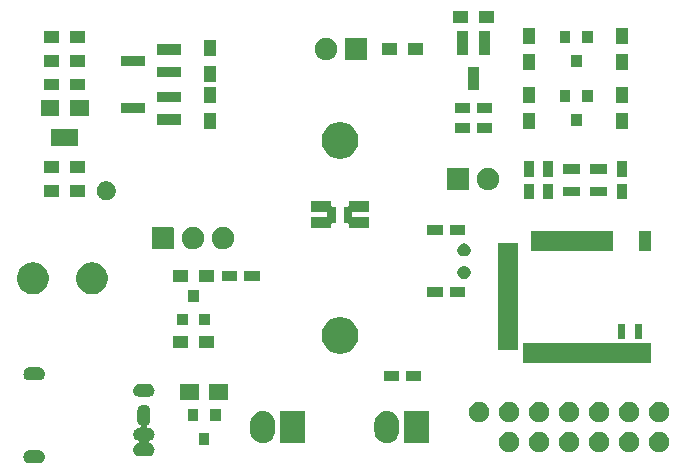
<source format=gts>
G04 #@! TF.GenerationSoftware,KiCad,Pcbnew,5.0.2-bee76a0~70~ubuntu16.04.1*
G04 #@! TF.CreationDate,2019-02-05T22:35:56+05:30*
G04 #@! TF.ProjectId,senseBe_rev1,73656e73-6542-4655-9f72-6576312e6b69,rev?*
G04 #@! TF.SameCoordinates,Original*
G04 #@! TF.FileFunction,Soldermask,Top*
G04 #@! TF.FilePolarity,Negative*
%FSLAX46Y46*%
G04 Gerber Fmt 4.6, Leading zero omitted, Abs format (unit mm)*
G04 Created by KiCad (PCBNEW 5.0.2-bee76a0~70~ubuntu16.04.1) date Tue Feb  5 22:35:56 2019*
%MOMM*%
%LPD*%
G01*
G04 APERTURE LIST*
G04 #@! TA.AperFunction,NonConductor*
%ADD10C,0.100000*%
G04 #@! TD*
G04 APERTURE END LIST*
D10*
G36*
X4558015Y-37956973D02*
X4661879Y-37988479D01*
X4757600Y-38039644D01*
X4841501Y-38108499D01*
X4910356Y-38192400D01*
X4961521Y-38288121D01*
X4993027Y-38391985D01*
X5003666Y-38500000D01*
X4993027Y-38608015D01*
X4961521Y-38711879D01*
X4910356Y-38807600D01*
X4841501Y-38891501D01*
X4757600Y-38960356D01*
X4661879Y-39011521D01*
X4558015Y-39043027D01*
X4477067Y-39051000D01*
X3722933Y-39051000D01*
X3641985Y-39043027D01*
X3538121Y-39011521D01*
X3442400Y-38960356D01*
X3358499Y-38891501D01*
X3289644Y-38807600D01*
X3238479Y-38711879D01*
X3206973Y-38608015D01*
X3196334Y-38500000D01*
X3206973Y-38391985D01*
X3238479Y-38288121D01*
X3289644Y-38192400D01*
X3358499Y-38108499D01*
X3442400Y-38039644D01*
X3538121Y-37988479D01*
X3641985Y-37956973D01*
X3722933Y-37949000D01*
X4477067Y-37949000D01*
X4558015Y-37956973D01*
X4558015Y-37956973D01*
G37*
G36*
X13508015Y-34106973D02*
X13611879Y-34138479D01*
X13707600Y-34189644D01*
X13791501Y-34258499D01*
X13860356Y-34342400D01*
X13911521Y-34438121D01*
X13943027Y-34541985D01*
X13951000Y-34622933D01*
X13951000Y-35377067D01*
X13943027Y-35458015D01*
X13911521Y-35561879D01*
X13860356Y-35657600D01*
X13791501Y-35741501D01*
X13707600Y-35810356D01*
X13701223Y-35813764D01*
X13680855Y-35827374D01*
X13663528Y-35844701D01*
X13649914Y-35865075D01*
X13640536Y-35887714D01*
X13635756Y-35911748D01*
X13635756Y-35936252D01*
X13640536Y-35960285D01*
X13649914Y-35982924D01*
X13663528Y-36003299D01*
X13680855Y-36020626D01*
X13701229Y-36034240D01*
X13723868Y-36043618D01*
X13747902Y-36048398D01*
X13760154Y-36049000D01*
X13777067Y-36049000D01*
X13858015Y-36056973D01*
X13961879Y-36088479D01*
X14057600Y-36139644D01*
X14141501Y-36208499D01*
X14210356Y-36292400D01*
X14261521Y-36388121D01*
X14293027Y-36491985D01*
X14303666Y-36600000D01*
X14293027Y-36708015D01*
X14261521Y-36811879D01*
X14210356Y-36907600D01*
X14141501Y-36991501D01*
X14057600Y-37060356D01*
X13961879Y-37111521D01*
X13899690Y-37130385D01*
X13877059Y-37139760D01*
X13856684Y-37153374D01*
X13839357Y-37170701D01*
X13825743Y-37191075D01*
X13816366Y-37213714D01*
X13811585Y-37237748D01*
X13811585Y-37262252D01*
X13816365Y-37286285D01*
X13825743Y-37308924D01*
X13839357Y-37329299D01*
X13856684Y-37346626D01*
X13877058Y-37360240D01*
X13899690Y-37369615D01*
X13961879Y-37388479D01*
X14057600Y-37439644D01*
X14141501Y-37508499D01*
X14210356Y-37592400D01*
X14261521Y-37688121D01*
X14293027Y-37791985D01*
X14303666Y-37900000D01*
X14293027Y-38008015D01*
X14261521Y-38111879D01*
X14210356Y-38207600D01*
X14141501Y-38291501D01*
X14057600Y-38360356D01*
X13961879Y-38411521D01*
X13858015Y-38443027D01*
X13777067Y-38451000D01*
X13022933Y-38451000D01*
X12941985Y-38443027D01*
X12838121Y-38411521D01*
X12742400Y-38360356D01*
X12658499Y-38291501D01*
X12589644Y-38207600D01*
X12538479Y-38111879D01*
X12506973Y-38008015D01*
X12496334Y-37900000D01*
X12506973Y-37791985D01*
X12538479Y-37688121D01*
X12589644Y-37592400D01*
X12658499Y-37508499D01*
X12742400Y-37439644D01*
X12838121Y-37388479D01*
X12900310Y-37369615D01*
X12922941Y-37360240D01*
X12943316Y-37346626D01*
X12960643Y-37329299D01*
X12974257Y-37308925D01*
X12983634Y-37286286D01*
X12988415Y-37262252D01*
X12988415Y-37237748D01*
X12983635Y-37213715D01*
X12974257Y-37191076D01*
X12960643Y-37170701D01*
X12943316Y-37153374D01*
X12922942Y-37139760D01*
X12900310Y-37130385D01*
X12838121Y-37111521D01*
X12742400Y-37060356D01*
X12658499Y-36991501D01*
X12589644Y-36907600D01*
X12538479Y-36811879D01*
X12506973Y-36708015D01*
X12496334Y-36600000D01*
X12506973Y-36491985D01*
X12538479Y-36388121D01*
X12589644Y-36292400D01*
X12658499Y-36208499D01*
X12742400Y-36139644D01*
X12838121Y-36088479D01*
X12941985Y-36056973D01*
X13022933Y-36049000D01*
X13039845Y-36049000D01*
X13064231Y-36046598D01*
X13087680Y-36039485D01*
X13109291Y-36027934D01*
X13128233Y-36012388D01*
X13143779Y-35993446D01*
X13155330Y-35971835D01*
X13162443Y-35948386D01*
X13164845Y-35924000D01*
X13162443Y-35899614D01*
X13155330Y-35876165D01*
X13143779Y-35854554D01*
X13128233Y-35835612D01*
X13109291Y-35820066D01*
X13098775Y-35813763D01*
X13092400Y-35810356D01*
X13008499Y-35741501D01*
X12939644Y-35657600D01*
X12888479Y-35561878D01*
X12856973Y-35458014D01*
X12849000Y-35377066D01*
X12849000Y-34622933D01*
X12856973Y-34541985D01*
X12875239Y-34481772D01*
X12888479Y-34438124D01*
X12888480Y-34438121D01*
X12939645Y-34342400D01*
X13008500Y-34258499D01*
X13092401Y-34189644D01*
X13188122Y-34138479D01*
X13291986Y-34106973D01*
X13400000Y-34096334D01*
X13508015Y-34106973D01*
X13508015Y-34106973D01*
G37*
G36*
X54728228Y-36451703D02*
X54883100Y-36515853D01*
X55022481Y-36608985D01*
X55141015Y-36727519D01*
X55234147Y-36866900D01*
X55298297Y-37021772D01*
X55331000Y-37186184D01*
X55331000Y-37353816D01*
X55298297Y-37518228D01*
X55234147Y-37673100D01*
X55141015Y-37812481D01*
X55022481Y-37931015D01*
X54883100Y-38024147D01*
X54728228Y-38088297D01*
X54563816Y-38121000D01*
X54396184Y-38121000D01*
X54231772Y-38088297D01*
X54076900Y-38024147D01*
X53937519Y-37931015D01*
X53818985Y-37812481D01*
X53725853Y-37673100D01*
X53661703Y-37518228D01*
X53629000Y-37353816D01*
X53629000Y-37186184D01*
X53661703Y-37021772D01*
X53725853Y-36866900D01*
X53818985Y-36727519D01*
X53937519Y-36608985D01*
X54076900Y-36515853D01*
X54231772Y-36451703D01*
X54396184Y-36419000D01*
X54563816Y-36419000D01*
X54728228Y-36451703D01*
X54728228Y-36451703D01*
G37*
G36*
X57268228Y-36451703D02*
X57423100Y-36515853D01*
X57562481Y-36608985D01*
X57681015Y-36727519D01*
X57774147Y-36866900D01*
X57838297Y-37021772D01*
X57871000Y-37186184D01*
X57871000Y-37353816D01*
X57838297Y-37518228D01*
X57774147Y-37673100D01*
X57681015Y-37812481D01*
X57562481Y-37931015D01*
X57423100Y-38024147D01*
X57268228Y-38088297D01*
X57103816Y-38121000D01*
X56936184Y-38121000D01*
X56771772Y-38088297D01*
X56616900Y-38024147D01*
X56477519Y-37931015D01*
X56358985Y-37812481D01*
X56265853Y-37673100D01*
X56201703Y-37518228D01*
X56169000Y-37353816D01*
X56169000Y-37186184D01*
X56201703Y-37021772D01*
X56265853Y-36866900D01*
X56358985Y-36727519D01*
X56477519Y-36608985D01*
X56616900Y-36515853D01*
X56771772Y-36451703D01*
X56936184Y-36419000D01*
X57103816Y-36419000D01*
X57268228Y-36451703D01*
X57268228Y-36451703D01*
G37*
G36*
X44568228Y-36451703D02*
X44723100Y-36515853D01*
X44862481Y-36608985D01*
X44981015Y-36727519D01*
X45074147Y-36866900D01*
X45138297Y-37021772D01*
X45171000Y-37186184D01*
X45171000Y-37353816D01*
X45138297Y-37518228D01*
X45074147Y-37673100D01*
X44981015Y-37812481D01*
X44862481Y-37931015D01*
X44723100Y-38024147D01*
X44568228Y-38088297D01*
X44403816Y-38121000D01*
X44236184Y-38121000D01*
X44071772Y-38088297D01*
X43916900Y-38024147D01*
X43777519Y-37931015D01*
X43658985Y-37812481D01*
X43565853Y-37673100D01*
X43501703Y-37518228D01*
X43469000Y-37353816D01*
X43469000Y-37186184D01*
X43501703Y-37021772D01*
X43565853Y-36866900D01*
X43658985Y-36727519D01*
X43777519Y-36608985D01*
X43916900Y-36515853D01*
X44071772Y-36451703D01*
X44236184Y-36419000D01*
X44403816Y-36419000D01*
X44568228Y-36451703D01*
X44568228Y-36451703D01*
G37*
G36*
X47108228Y-36451703D02*
X47263100Y-36515853D01*
X47402481Y-36608985D01*
X47521015Y-36727519D01*
X47614147Y-36866900D01*
X47678297Y-37021772D01*
X47711000Y-37186184D01*
X47711000Y-37353816D01*
X47678297Y-37518228D01*
X47614147Y-37673100D01*
X47521015Y-37812481D01*
X47402481Y-37931015D01*
X47263100Y-38024147D01*
X47108228Y-38088297D01*
X46943816Y-38121000D01*
X46776184Y-38121000D01*
X46611772Y-38088297D01*
X46456900Y-38024147D01*
X46317519Y-37931015D01*
X46198985Y-37812481D01*
X46105853Y-37673100D01*
X46041703Y-37518228D01*
X46009000Y-37353816D01*
X46009000Y-37186184D01*
X46041703Y-37021772D01*
X46105853Y-36866900D01*
X46198985Y-36727519D01*
X46317519Y-36608985D01*
X46456900Y-36515853D01*
X46611772Y-36451703D01*
X46776184Y-36419000D01*
X46943816Y-36419000D01*
X47108228Y-36451703D01*
X47108228Y-36451703D01*
G37*
G36*
X52188228Y-36451703D02*
X52343100Y-36515853D01*
X52482481Y-36608985D01*
X52601015Y-36727519D01*
X52694147Y-36866900D01*
X52758297Y-37021772D01*
X52791000Y-37186184D01*
X52791000Y-37353816D01*
X52758297Y-37518228D01*
X52694147Y-37673100D01*
X52601015Y-37812481D01*
X52482481Y-37931015D01*
X52343100Y-38024147D01*
X52188228Y-38088297D01*
X52023816Y-38121000D01*
X51856184Y-38121000D01*
X51691772Y-38088297D01*
X51536900Y-38024147D01*
X51397519Y-37931015D01*
X51278985Y-37812481D01*
X51185853Y-37673100D01*
X51121703Y-37518228D01*
X51089000Y-37353816D01*
X51089000Y-37186184D01*
X51121703Y-37021772D01*
X51185853Y-36866900D01*
X51278985Y-36727519D01*
X51397519Y-36608985D01*
X51536900Y-36515853D01*
X51691772Y-36451703D01*
X51856184Y-36419000D01*
X52023816Y-36419000D01*
X52188228Y-36451703D01*
X52188228Y-36451703D01*
G37*
G36*
X49648228Y-36451703D02*
X49803100Y-36515853D01*
X49942481Y-36608985D01*
X50061015Y-36727519D01*
X50154147Y-36866900D01*
X50218297Y-37021772D01*
X50251000Y-37186184D01*
X50251000Y-37353816D01*
X50218297Y-37518228D01*
X50154147Y-37673100D01*
X50061015Y-37812481D01*
X49942481Y-37931015D01*
X49803100Y-38024147D01*
X49648228Y-38088297D01*
X49483816Y-38121000D01*
X49316184Y-38121000D01*
X49151772Y-38088297D01*
X48996900Y-38024147D01*
X48857519Y-37931015D01*
X48738985Y-37812481D01*
X48645853Y-37673100D01*
X48581703Y-37518228D01*
X48549000Y-37353816D01*
X48549000Y-37186184D01*
X48581703Y-37021772D01*
X48645853Y-36866900D01*
X48738985Y-36727519D01*
X48857519Y-36608985D01*
X48996900Y-36515853D01*
X49151772Y-36451703D01*
X49316184Y-36419000D01*
X49483816Y-36419000D01*
X49648228Y-36451703D01*
X49648228Y-36451703D01*
G37*
G36*
X18951000Y-37501000D02*
X18049000Y-37501000D01*
X18049000Y-36499000D01*
X18951000Y-36499000D01*
X18951000Y-37501000D01*
X18951000Y-37501000D01*
G37*
G36*
X34166032Y-34664207D02*
X34364146Y-34724305D01*
X34546729Y-34821897D01*
X34706765Y-34953235D01*
X34838103Y-35113271D01*
X34883531Y-35198261D01*
X34935695Y-35295853D01*
X34960331Y-35377067D01*
X34995793Y-35493969D01*
X35011000Y-35648371D01*
X35011000Y-36351630D01*
X34995793Y-36506032D01*
X34935695Y-36704146D01*
X34838103Y-36886729D01*
X34820974Y-36907601D01*
X34706768Y-37046762D01*
X34706766Y-37046763D01*
X34706765Y-37046765D01*
X34546729Y-37178103D01*
X34364145Y-37275695D01*
X34166031Y-37335793D01*
X33960000Y-37356085D01*
X33753968Y-37335793D01*
X33555854Y-37275695D01*
X33373271Y-37178103D01*
X33309257Y-37125568D01*
X33213238Y-37046768D01*
X33213237Y-37046766D01*
X33213235Y-37046765D01*
X33081897Y-36886729D01*
X32990224Y-36715219D01*
X32984306Y-36704147D01*
X32984305Y-36704145D01*
X32924207Y-36506031D01*
X32909000Y-36351629D01*
X32909000Y-35648370D01*
X32924207Y-35493968D01*
X32964273Y-35361892D01*
X32984306Y-35295852D01*
X33081899Y-35113269D01*
X33213236Y-34953235D01*
X33373270Y-34821899D01*
X33373272Y-34821897D01*
X33555855Y-34724305D01*
X33753969Y-34664207D01*
X33960000Y-34643915D01*
X34166032Y-34664207D01*
X34166032Y-34664207D01*
G37*
G36*
X23666032Y-34664207D02*
X23864146Y-34724305D01*
X24046729Y-34821897D01*
X24206765Y-34953235D01*
X24338103Y-35113271D01*
X24383531Y-35198261D01*
X24435695Y-35295853D01*
X24460331Y-35377067D01*
X24495793Y-35493969D01*
X24511000Y-35648371D01*
X24511000Y-36351630D01*
X24495793Y-36506032D01*
X24435695Y-36704146D01*
X24338103Y-36886729D01*
X24320974Y-36907601D01*
X24206768Y-37046762D01*
X24206766Y-37046763D01*
X24206765Y-37046765D01*
X24046729Y-37178103D01*
X23864145Y-37275695D01*
X23666031Y-37335793D01*
X23460000Y-37356085D01*
X23253968Y-37335793D01*
X23055854Y-37275695D01*
X22873271Y-37178103D01*
X22809257Y-37125568D01*
X22713238Y-37046768D01*
X22713237Y-37046766D01*
X22713235Y-37046765D01*
X22581897Y-36886729D01*
X22490224Y-36715219D01*
X22484306Y-36704147D01*
X22484305Y-36704145D01*
X22424207Y-36506031D01*
X22409000Y-36351629D01*
X22409000Y-35648370D01*
X22424207Y-35493968D01*
X22464273Y-35361892D01*
X22484306Y-35295852D01*
X22581899Y-35113269D01*
X22713236Y-34953235D01*
X22873270Y-34821899D01*
X22873272Y-34821897D01*
X23055855Y-34724305D01*
X23253969Y-34664207D01*
X23460000Y-34643915D01*
X23666032Y-34664207D01*
X23666032Y-34664207D01*
G37*
G36*
X37551000Y-37351000D02*
X35449000Y-37351000D01*
X35449000Y-34649000D01*
X37551000Y-34649000D01*
X37551000Y-37351000D01*
X37551000Y-37351000D01*
G37*
G36*
X27051000Y-37351000D02*
X24949000Y-37351000D01*
X24949000Y-34649000D01*
X27051000Y-34649000D01*
X27051000Y-37351000D01*
X27051000Y-37351000D01*
G37*
G36*
X47108228Y-33911703D02*
X47263100Y-33975853D01*
X47402481Y-34068985D01*
X47521015Y-34187519D01*
X47614147Y-34326900D01*
X47678297Y-34481772D01*
X47711000Y-34646184D01*
X47711000Y-34813816D01*
X47678297Y-34978228D01*
X47614147Y-35133100D01*
X47521015Y-35272481D01*
X47402481Y-35391015D01*
X47263100Y-35484147D01*
X47108228Y-35548297D01*
X46943816Y-35581000D01*
X46776184Y-35581000D01*
X46611772Y-35548297D01*
X46456900Y-35484147D01*
X46317519Y-35391015D01*
X46198985Y-35272481D01*
X46105853Y-35133100D01*
X46041703Y-34978228D01*
X46009000Y-34813816D01*
X46009000Y-34646184D01*
X46041703Y-34481772D01*
X46105853Y-34326900D01*
X46198985Y-34187519D01*
X46317519Y-34068985D01*
X46456900Y-33975853D01*
X46611772Y-33911703D01*
X46776184Y-33879000D01*
X46943816Y-33879000D01*
X47108228Y-33911703D01*
X47108228Y-33911703D01*
G37*
G36*
X44568228Y-33911703D02*
X44723100Y-33975853D01*
X44862481Y-34068985D01*
X44981015Y-34187519D01*
X45074147Y-34326900D01*
X45138297Y-34481772D01*
X45171000Y-34646184D01*
X45171000Y-34813816D01*
X45138297Y-34978228D01*
X45074147Y-35133100D01*
X44981015Y-35272481D01*
X44862481Y-35391015D01*
X44723100Y-35484147D01*
X44568228Y-35548297D01*
X44403816Y-35581000D01*
X44236184Y-35581000D01*
X44071772Y-35548297D01*
X43916900Y-35484147D01*
X43777519Y-35391015D01*
X43658985Y-35272481D01*
X43565853Y-35133100D01*
X43501703Y-34978228D01*
X43469000Y-34813816D01*
X43469000Y-34646184D01*
X43501703Y-34481772D01*
X43565853Y-34326900D01*
X43658985Y-34187519D01*
X43777519Y-34068985D01*
X43916900Y-33975853D01*
X44071772Y-33911703D01*
X44236184Y-33879000D01*
X44403816Y-33879000D01*
X44568228Y-33911703D01*
X44568228Y-33911703D01*
G37*
G36*
X49648228Y-33911703D02*
X49803100Y-33975853D01*
X49942481Y-34068985D01*
X50061015Y-34187519D01*
X50154147Y-34326900D01*
X50218297Y-34481772D01*
X50251000Y-34646184D01*
X50251000Y-34813816D01*
X50218297Y-34978228D01*
X50154147Y-35133100D01*
X50061015Y-35272481D01*
X49942481Y-35391015D01*
X49803100Y-35484147D01*
X49648228Y-35548297D01*
X49483816Y-35581000D01*
X49316184Y-35581000D01*
X49151772Y-35548297D01*
X48996900Y-35484147D01*
X48857519Y-35391015D01*
X48738985Y-35272481D01*
X48645853Y-35133100D01*
X48581703Y-34978228D01*
X48549000Y-34813816D01*
X48549000Y-34646184D01*
X48581703Y-34481772D01*
X48645853Y-34326900D01*
X48738985Y-34187519D01*
X48857519Y-34068985D01*
X48996900Y-33975853D01*
X49151772Y-33911703D01*
X49316184Y-33879000D01*
X49483816Y-33879000D01*
X49648228Y-33911703D01*
X49648228Y-33911703D01*
G37*
G36*
X52188228Y-33911703D02*
X52343100Y-33975853D01*
X52482481Y-34068985D01*
X52601015Y-34187519D01*
X52694147Y-34326900D01*
X52758297Y-34481772D01*
X52791000Y-34646184D01*
X52791000Y-34813816D01*
X52758297Y-34978228D01*
X52694147Y-35133100D01*
X52601015Y-35272481D01*
X52482481Y-35391015D01*
X52343100Y-35484147D01*
X52188228Y-35548297D01*
X52023816Y-35581000D01*
X51856184Y-35581000D01*
X51691772Y-35548297D01*
X51536900Y-35484147D01*
X51397519Y-35391015D01*
X51278985Y-35272481D01*
X51185853Y-35133100D01*
X51121703Y-34978228D01*
X51089000Y-34813816D01*
X51089000Y-34646184D01*
X51121703Y-34481772D01*
X51185853Y-34326900D01*
X51278985Y-34187519D01*
X51397519Y-34068985D01*
X51536900Y-33975853D01*
X51691772Y-33911703D01*
X51856184Y-33879000D01*
X52023816Y-33879000D01*
X52188228Y-33911703D01*
X52188228Y-33911703D01*
G37*
G36*
X54728228Y-33911703D02*
X54883100Y-33975853D01*
X55022481Y-34068985D01*
X55141015Y-34187519D01*
X55234147Y-34326900D01*
X55298297Y-34481772D01*
X55331000Y-34646184D01*
X55331000Y-34813816D01*
X55298297Y-34978228D01*
X55234147Y-35133100D01*
X55141015Y-35272481D01*
X55022481Y-35391015D01*
X54883100Y-35484147D01*
X54728228Y-35548297D01*
X54563816Y-35581000D01*
X54396184Y-35581000D01*
X54231772Y-35548297D01*
X54076900Y-35484147D01*
X53937519Y-35391015D01*
X53818985Y-35272481D01*
X53725853Y-35133100D01*
X53661703Y-34978228D01*
X53629000Y-34813816D01*
X53629000Y-34646184D01*
X53661703Y-34481772D01*
X53725853Y-34326900D01*
X53818985Y-34187519D01*
X53937519Y-34068985D01*
X54076900Y-33975853D01*
X54231772Y-33911703D01*
X54396184Y-33879000D01*
X54563816Y-33879000D01*
X54728228Y-33911703D01*
X54728228Y-33911703D01*
G37*
G36*
X57268228Y-33911703D02*
X57423100Y-33975853D01*
X57562481Y-34068985D01*
X57681015Y-34187519D01*
X57774147Y-34326900D01*
X57838297Y-34481772D01*
X57871000Y-34646184D01*
X57871000Y-34813816D01*
X57838297Y-34978228D01*
X57774147Y-35133100D01*
X57681015Y-35272481D01*
X57562481Y-35391015D01*
X57423100Y-35484147D01*
X57268228Y-35548297D01*
X57103816Y-35581000D01*
X56936184Y-35581000D01*
X56771772Y-35548297D01*
X56616900Y-35484147D01*
X56477519Y-35391015D01*
X56358985Y-35272481D01*
X56265853Y-35133100D01*
X56201703Y-34978228D01*
X56169000Y-34813816D01*
X56169000Y-34646184D01*
X56201703Y-34481772D01*
X56265853Y-34326900D01*
X56358985Y-34187519D01*
X56477519Y-34068985D01*
X56616900Y-33975853D01*
X56771772Y-33911703D01*
X56936184Y-33879000D01*
X57103816Y-33879000D01*
X57268228Y-33911703D01*
X57268228Y-33911703D01*
G37*
G36*
X42028228Y-33911703D02*
X42183100Y-33975853D01*
X42322481Y-34068985D01*
X42441015Y-34187519D01*
X42534147Y-34326900D01*
X42598297Y-34481772D01*
X42631000Y-34646184D01*
X42631000Y-34813816D01*
X42598297Y-34978228D01*
X42534147Y-35133100D01*
X42441015Y-35272481D01*
X42322481Y-35391015D01*
X42183100Y-35484147D01*
X42028228Y-35548297D01*
X41863816Y-35581000D01*
X41696184Y-35581000D01*
X41531772Y-35548297D01*
X41376900Y-35484147D01*
X41237519Y-35391015D01*
X41118985Y-35272481D01*
X41025853Y-35133100D01*
X40961703Y-34978228D01*
X40929000Y-34813816D01*
X40929000Y-34646184D01*
X40961703Y-34481772D01*
X41025853Y-34326900D01*
X41118985Y-34187519D01*
X41237519Y-34068985D01*
X41376900Y-33975853D01*
X41531772Y-33911703D01*
X41696184Y-33879000D01*
X41863816Y-33879000D01*
X42028228Y-33911703D01*
X42028228Y-33911703D01*
G37*
G36*
X18001000Y-35501000D02*
X17099000Y-35501000D01*
X17099000Y-34499000D01*
X18001000Y-34499000D01*
X18001000Y-35501000D01*
X18001000Y-35501000D01*
G37*
G36*
X19901000Y-35501000D02*
X18999000Y-35501000D01*
X18999000Y-34499000D01*
X19901000Y-34499000D01*
X19901000Y-35501000D01*
X19901000Y-35501000D01*
G37*
G36*
X20551000Y-33676000D02*
X18949000Y-33676000D01*
X18949000Y-32324000D01*
X20551000Y-32324000D01*
X20551000Y-33676000D01*
X20551000Y-33676000D01*
G37*
G36*
X18051000Y-33676000D02*
X16449000Y-33676000D01*
X16449000Y-32324000D01*
X18051000Y-32324000D01*
X18051000Y-33676000D01*
X18051000Y-33676000D01*
G37*
G36*
X13858015Y-32356973D02*
X13961879Y-32388479D01*
X14057600Y-32439644D01*
X14141501Y-32508499D01*
X14210356Y-32592400D01*
X14261521Y-32688121D01*
X14293027Y-32791985D01*
X14303666Y-32900000D01*
X14293027Y-33008015D01*
X14261521Y-33111879D01*
X14210356Y-33207600D01*
X14141501Y-33291501D01*
X14057600Y-33360356D01*
X13961879Y-33411521D01*
X13858015Y-33443027D01*
X13777067Y-33451000D01*
X13022933Y-33451000D01*
X12941985Y-33443027D01*
X12838121Y-33411521D01*
X12742400Y-33360356D01*
X12658499Y-33291501D01*
X12589644Y-33207600D01*
X12538479Y-33111879D01*
X12506973Y-33008015D01*
X12496334Y-32900000D01*
X12506973Y-32791985D01*
X12538479Y-32688121D01*
X12589644Y-32592400D01*
X12658499Y-32508499D01*
X12742400Y-32439644D01*
X12838121Y-32388479D01*
X12941985Y-32356973D01*
X13022933Y-32349000D01*
X13777067Y-32349000D01*
X13858015Y-32356973D01*
X13858015Y-32356973D01*
G37*
G36*
X35001000Y-32126000D02*
X33699000Y-32126000D01*
X33699000Y-31274000D01*
X35001000Y-31274000D01*
X35001000Y-32126000D01*
X35001000Y-32126000D01*
G37*
G36*
X36901000Y-32126000D02*
X35599000Y-32126000D01*
X35599000Y-31274000D01*
X36901000Y-31274000D01*
X36901000Y-32126000D01*
X36901000Y-32126000D01*
G37*
G36*
X4558015Y-30956973D02*
X4661879Y-30988479D01*
X4757600Y-31039644D01*
X4841501Y-31108499D01*
X4910356Y-31192400D01*
X4961521Y-31288121D01*
X4993027Y-31391985D01*
X5003666Y-31500000D01*
X4993027Y-31608015D01*
X4961521Y-31711879D01*
X4910356Y-31807600D01*
X4841501Y-31891501D01*
X4757600Y-31960356D01*
X4661879Y-32011521D01*
X4558015Y-32043027D01*
X4477067Y-32051000D01*
X3722933Y-32051000D01*
X3641985Y-32043027D01*
X3538121Y-32011521D01*
X3442400Y-31960356D01*
X3358499Y-31891501D01*
X3289644Y-31807600D01*
X3238479Y-31711879D01*
X3206973Y-31608015D01*
X3196334Y-31500000D01*
X3206973Y-31391985D01*
X3238479Y-31288121D01*
X3289644Y-31192400D01*
X3358499Y-31108499D01*
X3442400Y-31039644D01*
X3538121Y-30988479D01*
X3641985Y-30956973D01*
X3722933Y-30949000D01*
X4477067Y-30949000D01*
X4558015Y-30956973D01*
X4558015Y-30956973D01*
G37*
G36*
X56301000Y-30601000D02*
X45499000Y-30601000D01*
X45499000Y-28899000D01*
X56301000Y-28899000D01*
X56301000Y-30601000D01*
X56301000Y-30601000D01*
G37*
G36*
X30352527Y-26738736D02*
X30452410Y-26758604D01*
X30734674Y-26875521D01*
X30988705Y-27045259D01*
X31204741Y-27261295D01*
X31374479Y-27515326D01*
X31491396Y-27797590D01*
X31551000Y-28097240D01*
X31551000Y-28402760D01*
X31491396Y-28702410D01*
X31374479Y-28984674D01*
X31204741Y-29238705D01*
X30988705Y-29454741D01*
X30734674Y-29624479D01*
X30452410Y-29741396D01*
X30352527Y-29761264D01*
X30152762Y-29801000D01*
X29847238Y-29801000D01*
X29647473Y-29761264D01*
X29547590Y-29741396D01*
X29265326Y-29624479D01*
X29011295Y-29454741D01*
X28795259Y-29238705D01*
X28625521Y-28984674D01*
X28508604Y-28702410D01*
X28449000Y-28402760D01*
X28449000Y-28097240D01*
X28508604Y-27797590D01*
X28625521Y-27515326D01*
X28795259Y-27261295D01*
X29011295Y-27045259D01*
X29265326Y-26875521D01*
X29547590Y-26758604D01*
X29647473Y-26738736D01*
X29847238Y-26699000D01*
X30152762Y-26699000D01*
X30352527Y-26738736D01*
X30352527Y-26738736D01*
G37*
G36*
X45101000Y-29501000D02*
X43399000Y-29501000D01*
X43399000Y-20399000D01*
X45101000Y-20399000D01*
X45101000Y-29501000D01*
X45101000Y-29501000D01*
G37*
G36*
X17151000Y-29301000D02*
X15849000Y-29301000D01*
X15849000Y-28299000D01*
X17151000Y-28299000D01*
X17151000Y-29301000D01*
X17151000Y-29301000D01*
G37*
G36*
X19351000Y-29301000D02*
X18049000Y-29301000D01*
X18049000Y-28299000D01*
X19351000Y-28299000D01*
X19351000Y-29301000D01*
X19351000Y-29301000D01*
G37*
G36*
X54151000Y-28551000D02*
X53549000Y-28551000D01*
X53549000Y-27249000D01*
X54151000Y-27249000D01*
X54151000Y-28551000D01*
X54151000Y-28551000D01*
G37*
G36*
X55551000Y-28551000D02*
X54949000Y-28551000D01*
X54949000Y-27249000D01*
X55551000Y-27249000D01*
X55551000Y-28551000D01*
X55551000Y-28551000D01*
G37*
G36*
X17101000Y-27401000D02*
X16199000Y-27401000D01*
X16199000Y-26399000D01*
X17101000Y-26399000D01*
X17101000Y-27401000D01*
X17101000Y-27401000D01*
G37*
G36*
X19001000Y-27401000D02*
X18099000Y-27401000D01*
X18099000Y-26399000D01*
X19001000Y-26399000D01*
X19001000Y-27401000D01*
X19001000Y-27401000D01*
G37*
G36*
X18051000Y-25401000D02*
X17149000Y-25401000D01*
X17149000Y-24399000D01*
X18051000Y-24399000D01*
X18051000Y-25401000D01*
X18051000Y-25401000D01*
G37*
G36*
X40601000Y-25026000D02*
X39299000Y-25026000D01*
X39299000Y-24174000D01*
X40601000Y-24174000D01*
X40601000Y-25026000D01*
X40601000Y-25026000D01*
G37*
G36*
X38701000Y-25026000D02*
X37399000Y-25026000D01*
X37399000Y-24174000D01*
X38701000Y-24174000D01*
X38701000Y-25026000D01*
X38701000Y-25026000D01*
G37*
G36*
X9263567Y-22074959D02*
X9394072Y-22100918D01*
X9639939Y-22202759D01*
X9858802Y-22349000D01*
X9861215Y-22350612D01*
X10049388Y-22538785D01*
X10049390Y-22538788D01*
X10197241Y-22760061D01*
X10299082Y-23005928D01*
X10299082Y-23005929D01*
X10347879Y-23251245D01*
X10351000Y-23266938D01*
X10351000Y-23533062D01*
X10299082Y-23794072D01*
X10197241Y-24039939D01*
X10049890Y-24260464D01*
X10049388Y-24261215D01*
X9861215Y-24449388D01*
X9861212Y-24449390D01*
X9639939Y-24597241D01*
X9394072Y-24699082D01*
X9263567Y-24725041D01*
X9133063Y-24751000D01*
X8866937Y-24751000D01*
X8736433Y-24725041D01*
X8605928Y-24699082D01*
X8360061Y-24597241D01*
X8138788Y-24449390D01*
X8138785Y-24449388D01*
X7950612Y-24261215D01*
X7950110Y-24260464D01*
X7802759Y-24039939D01*
X7700918Y-23794072D01*
X7649000Y-23533062D01*
X7649000Y-23266938D01*
X7652122Y-23251245D01*
X7700918Y-23005929D01*
X7700918Y-23005928D01*
X7802759Y-22760061D01*
X7950610Y-22538788D01*
X7950612Y-22538785D01*
X8138785Y-22350612D01*
X8141198Y-22349000D01*
X8360061Y-22202759D01*
X8605928Y-22100918D01*
X8736433Y-22074959D01*
X8866937Y-22049000D01*
X9133063Y-22049000D01*
X9263567Y-22074959D01*
X9263567Y-22074959D01*
G37*
G36*
X4263567Y-22074959D02*
X4394072Y-22100918D01*
X4639939Y-22202759D01*
X4858802Y-22349000D01*
X4861215Y-22350612D01*
X5049388Y-22538785D01*
X5049390Y-22538788D01*
X5197241Y-22760061D01*
X5299082Y-23005928D01*
X5299082Y-23005929D01*
X5347879Y-23251245D01*
X5351000Y-23266938D01*
X5351000Y-23533062D01*
X5299082Y-23794072D01*
X5197241Y-24039939D01*
X5049890Y-24260464D01*
X5049388Y-24261215D01*
X4861215Y-24449388D01*
X4861212Y-24449390D01*
X4639939Y-24597241D01*
X4394072Y-24699082D01*
X4263567Y-24725041D01*
X4133063Y-24751000D01*
X3866937Y-24751000D01*
X3736433Y-24725041D01*
X3605928Y-24699082D01*
X3360061Y-24597241D01*
X3138788Y-24449390D01*
X3138785Y-24449388D01*
X2950612Y-24261215D01*
X2950110Y-24260464D01*
X2802759Y-24039939D01*
X2700918Y-23794072D01*
X2649000Y-23533062D01*
X2649000Y-23266938D01*
X2652122Y-23251245D01*
X2700918Y-23005929D01*
X2700918Y-23005928D01*
X2802759Y-22760061D01*
X2950610Y-22538788D01*
X2950612Y-22538785D01*
X3138785Y-22350612D01*
X3141198Y-22349000D01*
X3360061Y-22202759D01*
X3605928Y-22100918D01*
X3736433Y-22074959D01*
X3866937Y-22049000D01*
X4133063Y-22049000D01*
X4263567Y-22074959D01*
X4263567Y-22074959D01*
G37*
G36*
X17151000Y-23701000D02*
X15849000Y-23701000D01*
X15849000Y-22699000D01*
X17151000Y-22699000D01*
X17151000Y-23701000D01*
X17151000Y-23701000D01*
G37*
G36*
X19351000Y-23701000D02*
X18049000Y-23701000D01*
X18049000Y-22699000D01*
X19351000Y-22699000D01*
X19351000Y-23701000D01*
X19351000Y-23701000D01*
G37*
G36*
X23201000Y-23626000D02*
X21899000Y-23626000D01*
X21899000Y-22774000D01*
X23201000Y-22774000D01*
X23201000Y-23626000D01*
X23201000Y-23626000D01*
G37*
G36*
X21301000Y-23626000D02*
X19999000Y-23626000D01*
X19999000Y-22774000D01*
X21301000Y-22774000D01*
X21301000Y-23626000D01*
X21301000Y-23626000D01*
G37*
G36*
X40660721Y-22370174D02*
X40760995Y-22411709D01*
X40851245Y-22472012D01*
X40927988Y-22548755D01*
X40988291Y-22639005D01*
X41029826Y-22739279D01*
X41051000Y-22845730D01*
X41051000Y-22954270D01*
X41029826Y-23060721D01*
X40988291Y-23160995D01*
X40927988Y-23251245D01*
X40851245Y-23327988D01*
X40760995Y-23388291D01*
X40660721Y-23429826D01*
X40554270Y-23451000D01*
X40445730Y-23451000D01*
X40339279Y-23429826D01*
X40239005Y-23388291D01*
X40148755Y-23327988D01*
X40072012Y-23251245D01*
X40011709Y-23160995D01*
X39970174Y-23060721D01*
X39949000Y-22954270D01*
X39949000Y-22845730D01*
X39970174Y-22739279D01*
X40011709Y-22639005D01*
X40072012Y-22548755D01*
X40148755Y-22472012D01*
X40239005Y-22411709D01*
X40339279Y-22370174D01*
X40445730Y-22349000D01*
X40554270Y-22349000D01*
X40660721Y-22370174D01*
X40660721Y-22370174D01*
G37*
G36*
X40660721Y-20470174D02*
X40760995Y-20511709D01*
X40851245Y-20572012D01*
X40927988Y-20648755D01*
X40988291Y-20739005D01*
X41029826Y-20839279D01*
X41051000Y-20945730D01*
X41051000Y-21054270D01*
X41029826Y-21160721D01*
X40988291Y-21260995D01*
X40927988Y-21351245D01*
X40851245Y-21427988D01*
X40760995Y-21488291D01*
X40660721Y-21529826D01*
X40554270Y-21551000D01*
X40445730Y-21551000D01*
X40339279Y-21529826D01*
X40239005Y-21488291D01*
X40148755Y-21427988D01*
X40072012Y-21351245D01*
X40011709Y-21260995D01*
X39970174Y-21160721D01*
X39949000Y-21054270D01*
X39949000Y-20945730D01*
X39970174Y-20839279D01*
X40011709Y-20739005D01*
X40072012Y-20648755D01*
X40148755Y-20572012D01*
X40239005Y-20511709D01*
X40339279Y-20470174D01*
X40445730Y-20449000D01*
X40554270Y-20449000D01*
X40660721Y-20470174D01*
X40660721Y-20470174D01*
G37*
G36*
X53101000Y-21101000D02*
X46199000Y-21101000D01*
X46199000Y-19399000D01*
X53101000Y-19399000D01*
X53101000Y-21101000D01*
X53101000Y-21101000D01*
G37*
G36*
X56301000Y-21101000D02*
X55299000Y-21101000D01*
X55299000Y-19399000D01*
X56301000Y-19399000D01*
X56301000Y-21101000D01*
X56301000Y-21101000D01*
G37*
G36*
X20357396Y-19085546D02*
X20530466Y-19157234D01*
X20686230Y-19261312D01*
X20818688Y-19393770D01*
X20922766Y-19549534D01*
X20994454Y-19722604D01*
X21031000Y-19906333D01*
X21031000Y-20093667D01*
X20994454Y-20277396D01*
X20922766Y-20450466D01*
X20818688Y-20606230D01*
X20686230Y-20738688D01*
X20530466Y-20842766D01*
X20357396Y-20914454D01*
X20173667Y-20951000D01*
X19986333Y-20951000D01*
X19802604Y-20914454D01*
X19629534Y-20842766D01*
X19473770Y-20738688D01*
X19341312Y-20606230D01*
X19237234Y-20450466D01*
X19165546Y-20277396D01*
X19129000Y-20093667D01*
X19129000Y-19906333D01*
X19165546Y-19722604D01*
X19237234Y-19549534D01*
X19341312Y-19393770D01*
X19473770Y-19261312D01*
X19629534Y-19157234D01*
X19802604Y-19085546D01*
X19986333Y-19049000D01*
X20173667Y-19049000D01*
X20357396Y-19085546D01*
X20357396Y-19085546D01*
G37*
G36*
X17817396Y-19085546D02*
X17990466Y-19157234D01*
X18146230Y-19261312D01*
X18278688Y-19393770D01*
X18382766Y-19549534D01*
X18454454Y-19722604D01*
X18491000Y-19906333D01*
X18491000Y-20093667D01*
X18454454Y-20277396D01*
X18382766Y-20450466D01*
X18278688Y-20606230D01*
X18146230Y-20738688D01*
X17990466Y-20842766D01*
X17817396Y-20914454D01*
X17633667Y-20951000D01*
X17446333Y-20951000D01*
X17262604Y-20914454D01*
X17089534Y-20842766D01*
X16933770Y-20738688D01*
X16801312Y-20606230D01*
X16697234Y-20450466D01*
X16625546Y-20277396D01*
X16589000Y-20093667D01*
X16589000Y-19906333D01*
X16625546Y-19722604D01*
X16697234Y-19549534D01*
X16801312Y-19393770D01*
X16933770Y-19261312D01*
X17089534Y-19157234D01*
X17262604Y-19085546D01*
X17446333Y-19049000D01*
X17633667Y-19049000D01*
X17817396Y-19085546D01*
X17817396Y-19085546D01*
G37*
G36*
X15810721Y-19052939D02*
X15843279Y-19062815D01*
X15873276Y-19078848D01*
X15899571Y-19100429D01*
X15921152Y-19126724D01*
X15937185Y-19156721D01*
X15947061Y-19189279D01*
X15951000Y-19229269D01*
X15951000Y-20770731D01*
X15947061Y-20810721D01*
X15937185Y-20843279D01*
X15921152Y-20873276D01*
X15899571Y-20899571D01*
X15873276Y-20921152D01*
X15843279Y-20937185D01*
X15810721Y-20947061D01*
X15770731Y-20951000D01*
X14229269Y-20951000D01*
X14189279Y-20947061D01*
X14156721Y-20937185D01*
X14126724Y-20921152D01*
X14100429Y-20899571D01*
X14078848Y-20873276D01*
X14062815Y-20843279D01*
X14052939Y-20810721D01*
X14049000Y-20770731D01*
X14049000Y-19229269D01*
X14052939Y-19189279D01*
X14062815Y-19156721D01*
X14078848Y-19126724D01*
X14100429Y-19100429D01*
X14126724Y-19078848D01*
X14156721Y-19062815D01*
X14189279Y-19052939D01*
X14229269Y-19049000D01*
X15770731Y-19049000D01*
X15810721Y-19052939D01*
X15810721Y-19052939D01*
G37*
G36*
X38701000Y-19726000D02*
X37399000Y-19726000D01*
X37399000Y-18874000D01*
X38701000Y-18874000D01*
X38701000Y-19726000D01*
X38701000Y-19726000D01*
G37*
G36*
X40601000Y-19726000D02*
X39299000Y-19726000D01*
X39299000Y-18874000D01*
X40601000Y-18874000D01*
X40601000Y-19726000D01*
X40601000Y-19726000D01*
G37*
G36*
X29251000Y-17208000D02*
X29253402Y-17232386D01*
X29260515Y-17255835D01*
X29272066Y-17277446D01*
X29287612Y-17296388D01*
X29306554Y-17311934D01*
X29328165Y-17323485D01*
X29351614Y-17330598D01*
X29376000Y-17333000D01*
X29623000Y-17333000D01*
X29623000Y-18735000D01*
X29376000Y-18735000D01*
X29351614Y-18737402D01*
X29328165Y-18744515D01*
X29306554Y-18756066D01*
X29287612Y-18771612D01*
X29272066Y-18790554D01*
X29260515Y-18812165D01*
X29253402Y-18835614D01*
X29251000Y-18860000D01*
X29251000Y-19151000D01*
X27549000Y-19151000D01*
X27549000Y-18249000D01*
X28796000Y-18249000D01*
X28820386Y-18246598D01*
X28843835Y-18239485D01*
X28865446Y-18227934D01*
X28884388Y-18212388D01*
X28899934Y-18193446D01*
X28911485Y-18171835D01*
X28918598Y-18148386D01*
X28921000Y-18124000D01*
X28921000Y-17876000D01*
X28918598Y-17851614D01*
X28911485Y-17828165D01*
X28899934Y-17806554D01*
X28884388Y-17787612D01*
X28865446Y-17772066D01*
X28843835Y-17760515D01*
X28820386Y-17753402D01*
X28796000Y-17751000D01*
X27549000Y-17751000D01*
X27549000Y-16849000D01*
X29251000Y-16849000D01*
X29251000Y-17208000D01*
X29251000Y-17208000D01*
G37*
G36*
X32451000Y-17751000D02*
X31148000Y-17751000D01*
X31123614Y-17753402D01*
X31100165Y-17760515D01*
X31078554Y-17772066D01*
X31059612Y-17787612D01*
X31044066Y-17806554D01*
X31032515Y-17828165D01*
X31025402Y-17851614D01*
X31023000Y-17876000D01*
X31023000Y-18124000D01*
X31025402Y-18148386D01*
X31032515Y-18171835D01*
X31044066Y-18193446D01*
X31059612Y-18212388D01*
X31078554Y-18227934D01*
X31100165Y-18239485D01*
X31123614Y-18246598D01*
X31148000Y-18249000D01*
X32451000Y-18249000D01*
X32451000Y-19151000D01*
X30749000Y-19151000D01*
X30749000Y-18860000D01*
X30746598Y-18835614D01*
X30739485Y-18812165D01*
X30727934Y-18790554D01*
X30712388Y-18771612D01*
X30693446Y-18756066D01*
X30671835Y-18744515D01*
X30648386Y-18737402D01*
X30624000Y-18735000D01*
X30321000Y-18735000D01*
X30321000Y-17333000D01*
X30624000Y-17333000D01*
X30648386Y-17330598D01*
X30671835Y-17323485D01*
X30693446Y-17311934D01*
X30712388Y-17296388D01*
X30727934Y-17277446D01*
X30739485Y-17255835D01*
X30746598Y-17232386D01*
X30749000Y-17208000D01*
X30749000Y-16849000D01*
X32451000Y-16849000D01*
X32451000Y-17751000D01*
X32451000Y-17751000D01*
G37*
G36*
X10433643Y-15229781D02*
X10579415Y-15290162D01*
X10710611Y-15377824D01*
X10822176Y-15489389D01*
X10909838Y-15620585D01*
X10970219Y-15766357D01*
X11001000Y-15921107D01*
X11001000Y-16078893D01*
X10970219Y-16233643D01*
X10909838Y-16379415D01*
X10822176Y-16510611D01*
X10710611Y-16622176D01*
X10579415Y-16709838D01*
X10433643Y-16770219D01*
X10278893Y-16801000D01*
X10121107Y-16801000D01*
X9966357Y-16770219D01*
X9820585Y-16709838D01*
X9689389Y-16622176D01*
X9577824Y-16510611D01*
X9490162Y-16379415D01*
X9429781Y-16233643D01*
X9399000Y-16078893D01*
X9399000Y-15921107D01*
X9429781Y-15766357D01*
X9490162Y-15620585D01*
X9577824Y-15489389D01*
X9689389Y-15377824D01*
X9820585Y-15290162D01*
X9966357Y-15229781D01*
X10121107Y-15199000D01*
X10278893Y-15199000D01*
X10433643Y-15229781D01*
X10433643Y-15229781D01*
G37*
G36*
X54326000Y-16701000D02*
X53474000Y-16701000D01*
X53474000Y-15399000D01*
X54326000Y-15399000D01*
X54326000Y-16701000D01*
X54326000Y-16701000D01*
G37*
G36*
X48026000Y-16701000D02*
X47174000Y-16701000D01*
X47174000Y-15399000D01*
X48026000Y-15399000D01*
X48026000Y-16701000D01*
X48026000Y-16701000D01*
G37*
G36*
X46426000Y-16701000D02*
X45574000Y-16701000D01*
X45574000Y-15399000D01*
X46426000Y-15399000D01*
X46426000Y-16701000D01*
X46426000Y-16701000D01*
G37*
G36*
X6251000Y-16501000D02*
X4949000Y-16501000D01*
X4949000Y-15499000D01*
X6251000Y-15499000D01*
X6251000Y-16501000D01*
X6251000Y-16501000D01*
G37*
G36*
X8451000Y-16501000D02*
X7149000Y-16501000D01*
X7149000Y-15499000D01*
X8451000Y-15499000D01*
X8451000Y-16501000D01*
X8451000Y-16501000D01*
G37*
G36*
X50301000Y-16451000D02*
X48899000Y-16451000D01*
X48899000Y-15649000D01*
X50301000Y-15649000D01*
X50301000Y-16451000D01*
X50301000Y-16451000D01*
G37*
G36*
X52601000Y-16451000D02*
X51199000Y-16451000D01*
X51199000Y-15649000D01*
X52601000Y-15649000D01*
X52601000Y-16451000D01*
X52601000Y-16451000D01*
G37*
G36*
X42817396Y-14085546D02*
X42990466Y-14157234D01*
X43146230Y-14261312D01*
X43278688Y-14393770D01*
X43382766Y-14549534D01*
X43454454Y-14722604D01*
X43491000Y-14906333D01*
X43491000Y-15093667D01*
X43454454Y-15277396D01*
X43382766Y-15450466D01*
X43278688Y-15606230D01*
X43146230Y-15738688D01*
X42990466Y-15842766D01*
X42817396Y-15914454D01*
X42633667Y-15951000D01*
X42446333Y-15951000D01*
X42262604Y-15914454D01*
X42089534Y-15842766D01*
X41933770Y-15738688D01*
X41801312Y-15606230D01*
X41697234Y-15450466D01*
X41625546Y-15277396D01*
X41589000Y-15093667D01*
X41589000Y-14906333D01*
X41625546Y-14722604D01*
X41697234Y-14549534D01*
X41801312Y-14393770D01*
X41933770Y-14261312D01*
X42089534Y-14157234D01*
X42262604Y-14085546D01*
X42446333Y-14049000D01*
X42633667Y-14049000D01*
X42817396Y-14085546D01*
X42817396Y-14085546D01*
G37*
G36*
X40951000Y-15951000D02*
X39049000Y-15951000D01*
X39049000Y-14049000D01*
X40951000Y-14049000D01*
X40951000Y-15951000D01*
X40951000Y-15951000D01*
G37*
G36*
X54326000Y-14801000D02*
X53474000Y-14801000D01*
X53474000Y-13499000D01*
X54326000Y-13499000D01*
X54326000Y-14801000D01*
X54326000Y-14801000D01*
G37*
G36*
X48026000Y-14801000D02*
X47174000Y-14801000D01*
X47174000Y-13499000D01*
X48026000Y-13499000D01*
X48026000Y-14801000D01*
X48026000Y-14801000D01*
G37*
G36*
X46426000Y-14801000D02*
X45574000Y-14801000D01*
X45574000Y-13499000D01*
X46426000Y-13499000D01*
X46426000Y-14801000D01*
X46426000Y-14801000D01*
G37*
G36*
X52601000Y-14551000D02*
X51199000Y-14551000D01*
X51199000Y-13749000D01*
X52601000Y-13749000D01*
X52601000Y-14551000D01*
X52601000Y-14551000D01*
G37*
G36*
X50301000Y-14551000D02*
X48899000Y-14551000D01*
X48899000Y-13749000D01*
X50301000Y-13749000D01*
X50301000Y-14551000D01*
X50301000Y-14551000D01*
G37*
G36*
X8451000Y-14501000D02*
X7149000Y-14501000D01*
X7149000Y-13499000D01*
X8451000Y-13499000D01*
X8451000Y-14501000D01*
X8451000Y-14501000D01*
G37*
G36*
X6251000Y-14501000D02*
X4949000Y-14501000D01*
X4949000Y-13499000D01*
X6251000Y-13499000D01*
X6251000Y-14501000D01*
X6251000Y-14501000D01*
G37*
G36*
X30352527Y-10238736D02*
X30452410Y-10258604D01*
X30734674Y-10375521D01*
X30988705Y-10545259D01*
X31204741Y-10761295D01*
X31374479Y-11015326D01*
X31491396Y-11297590D01*
X31551000Y-11597240D01*
X31551000Y-11902760D01*
X31491396Y-12202410D01*
X31374479Y-12484674D01*
X31204741Y-12738705D01*
X30988705Y-12954741D01*
X30734674Y-13124479D01*
X30452410Y-13241396D01*
X30352527Y-13261264D01*
X30152762Y-13301000D01*
X29847238Y-13301000D01*
X29647473Y-13261264D01*
X29547590Y-13241396D01*
X29265326Y-13124479D01*
X29011295Y-12954741D01*
X28795259Y-12738705D01*
X28625521Y-12484674D01*
X28508604Y-12202410D01*
X28449000Y-11902760D01*
X28449000Y-11597240D01*
X28508604Y-11297590D01*
X28625521Y-11015326D01*
X28795259Y-10761295D01*
X29011295Y-10545259D01*
X29265326Y-10375521D01*
X29547590Y-10258604D01*
X29647473Y-10238736D01*
X29847238Y-10199000D01*
X30152762Y-10199000D01*
X30352527Y-10238736D01*
X30352527Y-10238736D01*
G37*
G36*
X7851000Y-12201000D02*
X5549000Y-12201000D01*
X5549000Y-10799000D01*
X7851000Y-10799000D01*
X7851000Y-12201000D01*
X7851000Y-12201000D01*
G37*
G36*
X41001000Y-11126000D02*
X39699000Y-11126000D01*
X39699000Y-10274000D01*
X41001000Y-10274000D01*
X41001000Y-11126000D01*
X41001000Y-11126000D01*
G37*
G36*
X42901000Y-11126000D02*
X41599000Y-11126000D01*
X41599000Y-10274000D01*
X42901000Y-10274000D01*
X42901000Y-11126000D01*
X42901000Y-11126000D01*
G37*
G36*
X46501000Y-10751000D02*
X45499000Y-10751000D01*
X45499000Y-9449000D01*
X46501000Y-9449000D01*
X46501000Y-10751000D01*
X46501000Y-10751000D01*
G37*
G36*
X19501000Y-10751000D02*
X18499000Y-10751000D01*
X18499000Y-9449000D01*
X19501000Y-9449000D01*
X19501000Y-10751000D01*
X19501000Y-10751000D01*
G37*
G36*
X54401000Y-10751000D02*
X53399000Y-10751000D01*
X53399000Y-9449000D01*
X54401000Y-9449000D01*
X54401000Y-10751000D01*
X54401000Y-10751000D01*
G37*
G36*
X50451000Y-10501000D02*
X49549000Y-10501000D01*
X49549000Y-9499000D01*
X50451000Y-9499000D01*
X50451000Y-10501000D01*
X50451000Y-10501000D01*
G37*
G36*
X16501000Y-10401000D02*
X14499000Y-10401000D01*
X14499000Y-9499000D01*
X16501000Y-9499000D01*
X16501000Y-10401000D01*
X16501000Y-10401000D01*
G37*
G36*
X8751000Y-9676000D02*
X7149000Y-9676000D01*
X7149000Y-8324000D01*
X8751000Y-8324000D01*
X8751000Y-9676000D01*
X8751000Y-9676000D01*
G37*
G36*
X6251000Y-9676000D02*
X4649000Y-9676000D01*
X4649000Y-8324000D01*
X6251000Y-8324000D01*
X6251000Y-9676000D01*
X6251000Y-9676000D01*
G37*
G36*
X13501000Y-9451000D02*
X11499000Y-9451000D01*
X11499000Y-8549000D01*
X13501000Y-8549000D01*
X13501000Y-9451000D01*
X13501000Y-9451000D01*
G37*
G36*
X41001000Y-9426000D02*
X39699000Y-9426000D01*
X39699000Y-8574000D01*
X41001000Y-8574000D01*
X41001000Y-9426000D01*
X41001000Y-9426000D01*
G37*
G36*
X42901000Y-9426000D02*
X41599000Y-9426000D01*
X41599000Y-8574000D01*
X42901000Y-8574000D01*
X42901000Y-9426000D01*
X42901000Y-9426000D01*
G37*
G36*
X54401000Y-8551000D02*
X53399000Y-8551000D01*
X53399000Y-7249000D01*
X54401000Y-7249000D01*
X54401000Y-8551000D01*
X54401000Y-8551000D01*
G37*
G36*
X46501000Y-8551000D02*
X45499000Y-8551000D01*
X45499000Y-7249000D01*
X46501000Y-7249000D01*
X46501000Y-8551000D01*
X46501000Y-8551000D01*
G37*
G36*
X19501000Y-8551000D02*
X18499000Y-8551000D01*
X18499000Y-7249000D01*
X19501000Y-7249000D01*
X19501000Y-8551000D01*
X19501000Y-8551000D01*
G37*
G36*
X16501000Y-8501000D02*
X14499000Y-8501000D01*
X14499000Y-7599000D01*
X16501000Y-7599000D01*
X16501000Y-8501000D01*
X16501000Y-8501000D01*
G37*
G36*
X51401000Y-8501000D02*
X50499000Y-8501000D01*
X50499000Y-7499000D01*
X51401000Y-7499000D01*
X51401000Y-8501000D01*
X51401000Y-8501000D01*
G37*
G36*
X49501000Y-8501000D02*
X48599000Y-8501000D01*
X48599000Y-7499000D01*
X49501000Y-7499000D01*
X49501000Y-8501000D01*
X49501000Y-8501000D01*
G37*
G36*
X6251000Y-7501000D02*
X4949000Y-7501000D01*
X4949000Y-6499000D01*
X6251000Y-6499000D01*
X6251000Y-7501000D01*
X6251000Y-7501000D01*
G37*
G36*
X41751000Y-7501000D02*
X40849000Y-7501000D01*
X40849000Y-5499000D01*
X41751000Y-5499000D01*
X41751000Y-7501000D01*
X41751000Y-7501000D01*
G37*
G36*
X8451000Y-7501000D02*
X7149000Y-7501000D01*
X7149000Y-6499000D01*
X8451000Y-6499000D01*
X8451000Y-7501000D01*
X8451000Y-7501000D01*
G37*
G36*
X19501000Y-6751000D02*
X18499000Y-6751000D01*
X18499000Y-5449000D01*
X19501000Y-5449000D01*
X19501000Y-6751000D01*
X19501000Y-6751000D01*
G37*
G36*
X16501000Y-6401000D02*
X14499000Y-6401000D01*
X14499000Y-5499000D01*
X16501000Y-5499000D01*
X16501000Y-6401000D01*
X16501000Y-6401000D01*
G37*
G36*
X46501000Y-5751000D02*
X45499000Y-5751000D01*
X45499000Y-4449000D01*
X46501000Y-4449000D01*
X46501000Y-5751000D01*
X46501000Y-5751000D01*
G37*
G36*
X54401000Y-5751000D02*
X53399000Y-5751000D01*
X53399000Y-4449000D01*
X54401000Y-4449000D01*
X54401000Y-5751000D01*
X54401000Y-5751000D01*
G37*
G36*
X6251000Y-5501000D02*
X4949000Y-5501000D01*
X4949000Y-4499000D01*
X6251000Y-4499000D01*
X6251000Y-5501000D01*
X6251000Y-5501000D01*
G37*
G36*
X8451000Y-5501000D02*
X7149000Y-5501000D01*
X7149000Y-4499000D01*
X8451000Y-4499000D01*
X8451000Y-5501000D01*
X8451000Y-5501000D01*
G37*
G36*
X50451000Y-5501000D02*
X49549000Y-5501000D01*
X49549000Y-4499000D01*
X50451000Y-4499000D01*
X50451000Y-5501000D01*
X50451000Y-5501000D01*
G37*
G36*
X13501000Y-5451000D02*
X11499000Y-5451000D01*
X11499000Y-4549000D01*
X13501000Y-4549000D01*
X13501000Y-5451000D01*
X13501000Y-5451000D01*
G37*
G36*
X29087396Y-3085546D02*
X29260466Y-3157234D01*
X29416230Y-3261312D01*
X29548688Y-3393770D01*
X29652766Y-3549534D01*
X29724454Y-3722604D01*
X29761000Y-3906333D01*
X29761000Y-4093667D01*
X29724454Y-4277396D01*
X29652766Y-4450466D01*
X29548688Y-4606230D01*
X29416230Y-4738688D01*
X29260466Y-4842766D01*
X29087396Y-4914454D01*
X28903667Y-4951000D01*
X28716333Y-4951000D01*
X28532604Y-4914454D01*
X28359534Y-4842766D01*
X28203770Y-4738688D01*
X28071312Y-4606230D01*
X27967234Y-4450466D01*
X27895546Y-4277396D01*
X27859000Y-4093667D01*
X27859000Y-3906333D01*
X27895546Y-3722604D01*
X27967234Y-3549534D01*
X28071312Y-3393770D01*
X28203770Y-3261312D01*
X28359534Y-3157234D01*
X28532604Y-3085546D01*
X28716333Y-3049000D01*
X28903667Y-3049000D01*
X29087396Y-3085546D01*
X29087396Y-3085546D01*
G37*
G36*
X32301000Y-4951000D02*
X30399000Y-4951000D01*
X30399000Y-3049000D01*
X32301000Y-3049000D01*
X32301000Y-4951000D01*
X32301000Y-4951000D01*
G37*
G36*
X19501000Y-4551000D02*
X18499000Y-4551000D01*
X18499000Y-3249000D01*
X19501000Y-3249000D01*
X19501000Y-4551000D01*
X19501000Y-4551000D01*
G37*
G36*
X16501000Y-4501000D02*
X14499000Y-4501000D01*
X14499000Y-3599000D01*
X16501000Y-3599000D01*
X16501000Y-4501000D01*
X16501000Y-4501000D01*
G37*
G36*
X34851000Y-4501000D02*
X33549000Y-4501000D01*
X33549000Y-3499000D01*
X34851000Y-3499000D01*
X34851000Y-4501000D01*
X34851000Y-4501000D01*
G37*
G36*
X37051000Y-4501000D02*
X35749000Y-4501000D01*
X35749000Y-3499000D01*
X37051000Y-3499000D01*
X37051000Y-4501000D01*
X37051000Y-4501000D01*
G37*
G36*
X40801000Y-4501000D02*
X39899000Y-4501000D01*
X39899000Y-2499000D01*
X40801000Y-2499000D01*
X40801000Y-4501000D01*
X40801000Y-4501000D01*
G37*
G36*
X42701000Y-4501000D02*
X41799000Y-4501000D01*
X41799000Y-2499000D01*
X42701000Y-2499000D01*
X42701000Y-4501000D01*
X42701000Y-4501000D01*
G37*
G36*
X46501000Y-3551000D02*
X45499000Y-3551000D01*
X45499000Y-2249000D01*
X46501000Y-2249000D01*
X46501000Y-3551000D01*
X46501000Y-3551000D01*
G37*
G36*
X54401000Y-3551000D02*
X53399000Y-3551000D01*
X53399000Y-2249000D01*
X54401000Y-2249000D01*
X54401000Y-3551000D01*
X54401000Y-3551000D01*
G37*
G36*
X8451000Y-3501000D02*
X7149000Y-3501000D01*
X7149000Y-2499000D01*
X8451000Y-2499000D01*
X8451000Y-3501000D01*
X8451000Y-3501000D01*
G37*
G36*
X51401000Y-3501000D02*
X50499000Y-3501000D01*
X50499000Y-2499000D01*
X51401000Y-2499000D01*
X51401000Y-3501000D01*
X51401000Y-3501000D01*
G37*
G36*
X49501000Y-3501000D02*
X48599000Y-3501000D01*
X48599000Y-2499000D01*
X49501000Y-2499000D01*
X49501000Y-3501000D01*
X49501000Y-3501000D01*
G37*
G36*
X6251000Y-3501000D02*
X4949000Y-3501000D01*
X4949000Y-2499000D01*
X6251000Y-2499000D01*
X6251000Y-3501000D01*
X6251000Y-3501000D01*
G37*
G36*
X43051000Y-1801000D02*
X41749000Y-1801000D01*
X41749000Y-799000D01*
X43051000Y-799000D01*
X43051000Y-1801000D01*
X43051000Y-1801000D01*
G37*
G36*
X40851000Y-1801000D02*
X39549000Y-1801000D01*
X39549000Y-799000D01*
X40851000Y-799000D01*
X40851000Y-1801000D01*
X40851000Y-1801000D01*
G37*
M02*

</source>
